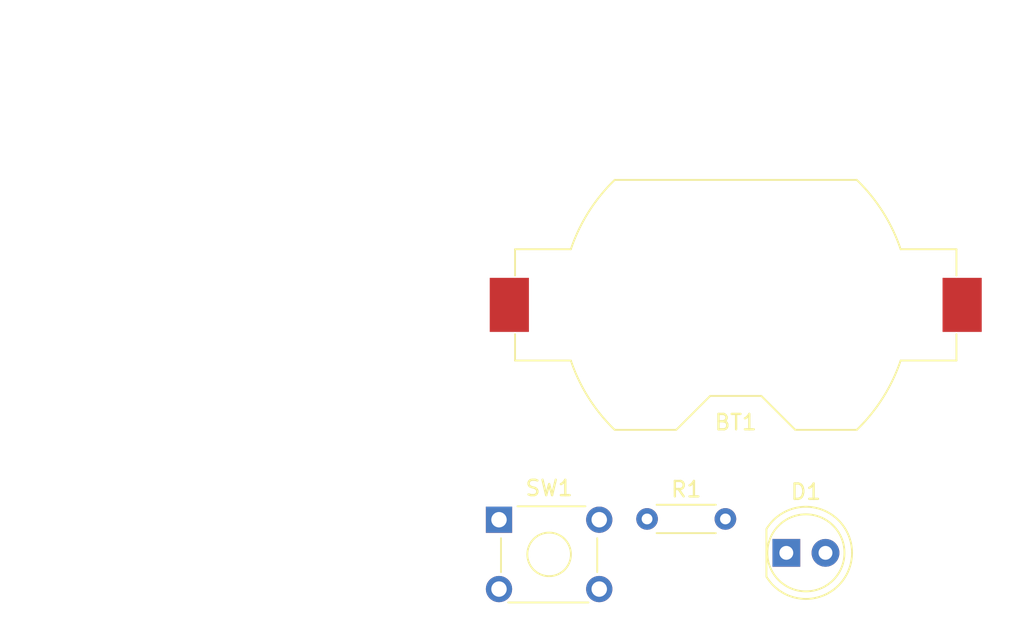
<source format=kicad_pcb>
(kicad_pcb (version 20221018) (generator pcbnew)
  (title_block (title "LED Torch") (date "2023-10-29") (rev "0.1") (comment 1 "Project 1 of KiCad like a Pro 3e") (comment 2 "Thomas Reidemeister"))
  (layers (0 "F.Cu" signal) (31 "B.Cu" signal) (34 "B.Paste" user) (35 "F.Paste" user) (36 "B.SilkS" user "B.Silkscreen") (37 "F.SilkS" user "F.Silkscreen") (38 "B.Mask" user) (39 "F.Mask" user) (44 "Edge.Cuts" user))
  (net 0 "")
  (net 1 "/bat_pos")
  (net 2 "/LED_cathode")
  (net 3 "/LED_anode")
  (net 4 "Net-(SW1A-A)")
  (footprint "Battery:BatteryHolder_Keystone_1058_1x2032" (layer "F.Cu") (at 147.18 97.10897)
    (fp_text reference "BT1" (at 0 7.62) (layer "F.SilkS"))
    (fp_text value "Battery_Cell")
    (fp_line (start -14.31 -3.61) (end -10.692 -3.61) (stroke (width 0.12)) (layer "F.SilkS"))
    (fp_line (start -14.31 -1.9) (end -14.31 -3.61) (stroke (width 0.12)) (layer "F.SilkS"))
    (fp_line (start -14.31 1.9) (end -14.31 3.61) (stroke (width 0.12)) (layer "F.SilkS"))
    (fp_line (start -10.692 3.61) (end -14.31 3.61) (stroke (width 0.12)) (layer "F.SilkS"))
    (fp_line (start -7.8473 -8.11) (end 7.8473 -8.11) (stroke (width 0.12)) (layer "F.SilkS"))
    (fp_line (start -3.86 8.11) (end -7.8473 8.11) (stroke (width 0.12)) (layer "F.SilkS"))
    (fp_line (start -1.66 5.91) (end -3.86 8.11) (stroke (width 0.12)) (layer "F.SilkS"))
    (fp_line (start 1.66 5.91) (end -1.66 5.91) (stroke (width 0.12)) (layer "F.SilkS"))
    (fp_line (start 1.66 5.91) (end 3.86 8.11) (stroke (width 0.12)) (layer "F.SilkS"))
    (fp_line (start 7.8473 8.11) (end 3.86 8.11) (stroke (width 0.12)) (layer "F.SilkS"))
    (fp_line (start 10.692 -3.61) (end 14.31 -3.61) (stroke (width 0.12)) (layer "F.SilkS"))
    (fp_line (start 14.31 -1.9) (end 14.31 -3.61) (stroke (width 0.12)) (layer "F.SilkS"))
    (fp_line (start 14.31 1.9) (end 14.31 3.61) (stroke (width 0.12)) (layer "F.SilkS"))
    (fp_line (start 14.31 3.61) (end 10.692 3.61) (stroke (width 0.12)) (layer "F.SilkS"))
    (fp_arc (start -10.692 -3.61) (mid -9.538084 -6.031244) (end -7.845371 -8.111789) (stroke (width 0.12)) (layer "F.SilkS"))
    (fp_arc (start -7.845371 8.111789) (mid -9.538085 6.031244) (end -10.692 3.61) (stroke (width 0.12)) (layer "F.SilkS"))
    (fp_arc (start 7.845371 -8.111789) (mid 9.538085 -6.031244) (end 10.692 -3.61) (stroke (width 0.12)) (layer "F.SilkS"))
    (fp_arc (start 10.692 3.61) (mid 9.538084 6.031244) (end 7.845371 8.111789) (stroke (width 0.12)) (layer "F.SilkS"))
    (pad "1" smd rect (at -14.68 0) (size 2.54 3.51) (layers "F.Cu" "F.Paste" "F.Mask") (net 1 "/bat_pos"))
    (pad "2" smd rect (at 14.68 0) (size 2.54 3.51) (layers "F.Cu" "F.Paste" "F.Mask") (net 2 "/LED_cathode"))
  )
  (footprint "Button_Switch_THT:SW_TH_Tactile_Omron_B3F-10xx" (layer "F.Cu") (at 131.83 111.05)
    (fp_text reference "SW1" (at 3.25 -2.05) (layer "F.SilkS"))
    (fp_text value "SW_DPST_x2")
    (fp_line (start 0.13 3.4) (end 0.13 1.2) (stroke (width 0.12)) (layer "F.SilkS"))
    (fp_line (start 0.6 5.37) (end 5.8 5.37) (stroke (width 0.12)) (layer "F.SilkS"))
    (fp_line (start 1.2 -0.87) (end 5.6 -0.87) (stroke (width 0.12)) (layer "F.SilkS"))
    (fp_line (start 6.37 1.2) (end 6.37 3.4) (stroke (width 0.12)) (layer "F.SilkS"))
    (fp_circle (center 3.25 2.25) (end 4.25 3.25) (stroke (width 0.12)) (fill none) (layer "F.SilkS"))
    (pad "1" thru_hole rect (at 0 0) (size 1.7 1.7) (drill 1) (layers "*.Cu" "*.Mask") (net 4 "Net-(SW1A-A)"))
    (pad "1" thru_hole circle (at 6.5 0) (size 1.7 1.7) (drill 1) (layers "*.Cu" "*.Mask") (net 4 "Net-(SW1A-A)"))
    (pad "2" thru_hole circle (at 0 4.5) (size 1.7 1.7) (drill 1) (layers "*.Cu" "*.Mask") (net 1 "/bat_pos"))
    (pad "2" thru_hole circle (at 6.5 4.5) (size 1.7 1.7) (drill 1) (layers "*.Cu" "*.Mask") (net 1 "/bat_pos"))
  )
  (footprint "Resistor_THT:R_Axial_DIN0204_L3.6mm_D1.6mm_P5.08mm_Horizontal" (layer "F.Cu") (at 141.43 111)
    (fp_text reference "R1" (at 2.54 -1.92) (layer "F.SilkS"))
    (fp_text value "R")
    (fp_line (start 0.62 -0.92) (end 4.46 -0.92) (stroke (width 0.12)) (layer "F.SilkS"))
    (fp_line (start 0.62 0.92) (end 4.46 0.92) (stroke (width 0.12)) (layer "F.SilkS"))
    (pad "1" thru_hole circle (at 0 0) (size 1.4 1.4) (drill 0.7) (layers "*.Cu" "*.Mask") (net 3 "/LED_anode"))
    (pad "2" thru_hole oval (at 5.08 0) (size 1.4 1.4) (drill 0.7) (layers "*.Cu" "*.Mask") (net 4 "Net-(SW1A-A)"))
  )
  (footprint "LED_THT:LED_D5.0mm" (layer "F.Cu") (at 150.46 113.2)
    (fp_text reference "D1" (at 1.27 -3.96) (layer "F.SilkS"))
    (fp_text value "LED")
    (fp_line (start -1.29 -1.545) (end -1.29 1.545) (stroke (width 0.12)) (layer "F.SilkS"))
    (fp_arc (start -1.29 -1.54483) (mid 2.072002 -2.880433) (end 4.26 0.000462) (stroke (width 0.12)) (layer "F.SilkS"))
    (fp_arc (start 4.26 -0.000462) (mid 2.072002 2.880433) (end -1.29 1.54483) (stroke (width 0.12)) (layer "F.SilkS"))
    (fp_circle (center 1.27 0) (end 3.77 0) (stroke (width 0.12)) (fill none) (layer "F.SilkS"))
    (pad "1" thru_hole rect (at 0 0) (size 1.8 1.8) (drill 0.9) (layers "*.Cu" "*.Mask") (net 2 "/LED_cathode"))
    (pad "2" thru_hole circle (at 2.54 0) (size 1.8 1.8) (drill 0.9) (layers "*.Cu" "*.Mask") (net 3 "/LED_anode"))
  )
)
</source>
